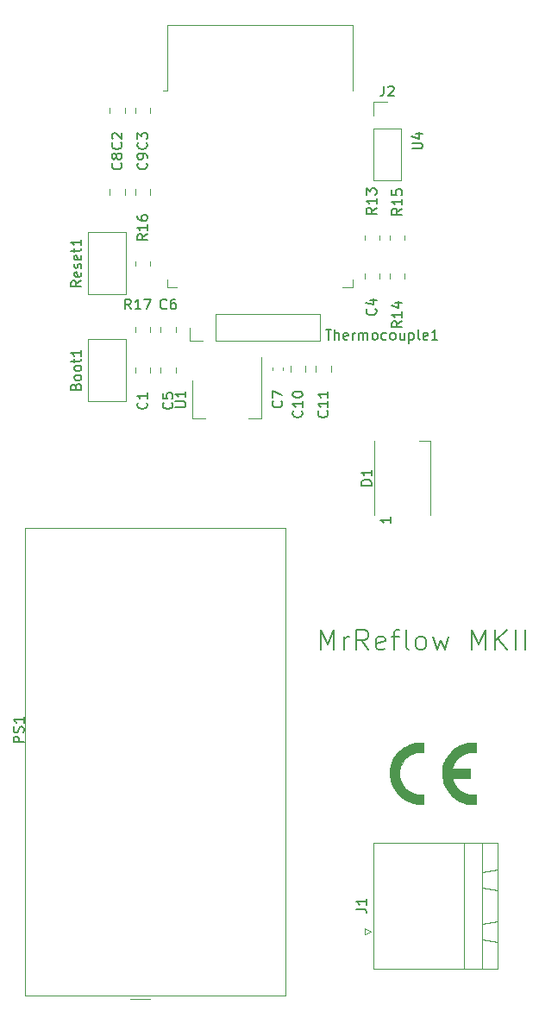
<source format=gbr>
G04 #@! TF.GenerationSoftware,KiCad,Pcbnew,(6.0.2)*
G04 #@! TF.CreationDate,2022-03-16T21:20:06+00:00*
G04 #@! TF.ProjectId,MrReflow,4d725265-666c-46f7-972e-6b696361645f,rev?*
G04 #@! TF.SameCoordinates,Original*
G04 #@! TF.FileFunction,Legend,Top*
G04 #@! TF.FilePolarity,Positive*
%FSLAX46Y46*%
G04 Gerber Fmt 4.6, Leading zero omitted, Abs format (unit mm)*
G04 Created by KiCad (PCBNEW (6.0.2)) date 2022-03-16 21:20:06*
%MOMM*%
%LPD*%
G01*
G04 APERTURE LIST*
%ADD10C,0.150000*%
%ADD11C,0.120000*%
%ADD12C,0.010000*%
G04 APERTURE END LIST*
D10*
X97832380Y-77274761D02*
X97832380Y-75274761D01*
X98499047Y-76703333D01*
X99165714Y-75274761D01*
X99165714Y-77274761D01*
X100118095Y-77274761D02*
X100118095Y-75941428D01*
X100118095Y-76322380D02*
X100213333Y-76131904D01*
X100308571Y-76036666D01*
X100499047Y-75941428D01*
X100689523Y-75941428D01*
X102499047Y-77274761D02*
X101832380Y-76322380D01*
X101356190Y-77274761D02*
X101356190Y-75274761D01*
X102118095Y-75274761D01*
X102308571Y-75370000D01*
X102403809Y-75465238D01*
X102499047Y-75655714D01*
X102499047Y-75941428D01*
X102403809Y-76131904D01*
X102308571Y-76227142D01*
X102118095Y-76322380D01*
X101356190Y-76322380D01*
X104118095Y-77179523D02*
X103927619Y-77274761D01*
X103546666Y-77274761D01*
X103356190Y-77179523D01*
X103260952Y-76989047D01*
X103260952Y-76227142D01*
X103356190Y-76036666D01*
X103546666Y-75941428D01*
X103927619Y-75941428D01*
X104118095Y-76036666D01*
X104213333Y-76227142D01*
X104213333Y-76417619D01*
X103260952Y-76608095D01*
X104784761Y-75941428D02*
X105546666Y-75941428D01*
X105070476Y-77274761D02*
X105070476Y-75560476D01*
X105165714Y-75370000D01*
X105356190Y-75274761D01*
X105546666Y-75274761D01*
X106499047Y-77274761D02*
X106308571Y-77179523D01*
X106213333Y-76989047D01*
X106213333Y-75274761D01*
X107546666Y-77274761D02*
X107356190Y-77179523D01*
X107260952Y-77084285D01*
X107165714Y-76893809D01*
X107165714Y-76322380D01*
X107260952Y-76131904D01*
X107356190Y-76036666D01*
X107546666Y-75941428D01*
X107832380Y-75941428D01*
X108022857Y-76036666D01*
X108118095Y-76131904D01*
X108213333Y-76322380D01*
X108213333Y-76893809D01*
X108118095Y-77084285D01*
X108022857Y-77179523D01*
X107832380Y-77274761D01*
X107546666Y-77274761D01*
X108880000Y-75941428D02*
X109260952Y-77274761D01*
X109641904Y-76322380D01*
X110022857Y-77274761D01*
X110403809Y-75941428D01*
X112689523Y-77274761D02*
X112689523Y-75274761D01*
X113356190Y-76703333D01*
X114022857Y-75274761D01*
X114022857Y-77274761D01*
X114975238Y-77274761D02*
X114975238Y-75274761D01*
X116118095Y-77274761D02*
X115260952Y-76131904D01*
X116118095Y-75274761D02*
X114975238Y-76417619D01*
X116975238Y-77274761D02*
X116975238Y-75274761D01*
X117927619Y-77274761D02*
X117927619Y-75274761D01*
X101354880Y-102703333D02*
X102069166Y-102703333D01*
X102212023Y-102750952D01*
X102307261Y-102846190D01*
X102354880Y-102989047D01*
X102354880Y-103084285D01*
X102354880Y-101703333D02*
X102354880Y-102274761D01*
X102354880Y-101989047D02*
X101354880Y-101989047D01*
X101497738Y-102084285D01*
X101592976Y-102179523D01*
X101640595Y-102274761D01*
X102832380Y-61108095D02*
X101832380Y-61108095D01*
X101832380Y-60870000D01*
X101880000Y-60727142D01*
X101975238Y-60631904D01*
X102070476Y-60584285D01*
X102260952Y-60536666D01*
X102403809Y-60536666D01*
X102594285Y-60584285D01*
X102689523Y-60631904D01*
X102784761Y-60727142D01*
X102832380Y-60870000D01*
X102832380Y-61108095D01*
X102832380Y-59584285D02*
X102832380Y-60155714D01*
X102832380Y-59870000D02*
X101832380Y-59870000D01*
X101975238Y-59965238D01*
X102070476Y-60060476D01*
X102118095Y-60155714D01*
X104732380Y-64234285D02*
X104732380Y-64805714D01*
X104732380Y-64520000D02*
X103732380Y-64520000D01*
X103875238Y-64615238D01*
X103970476Y-64710476D01*
X104018095Y-64805714D01*
X83237142Y-52986666D02*
X83284761Y-53034285D01*
X83332380Y-53177142D01*
X83332380Y-53272380D01*
X83284761Y-53415238D01*
X83189523Y-53510476D01*
X83094285Y-53558095D01*
X82903809Y-53605714D01*
X82760952Y-53605714D01*
X82570476Y-53558095D01*
X82475238Y-53510476D01*
X82380000Y-53415238D01*
X82332380Y-53272380D01*
X82332380Y-53177142D01*
X82380000Y-53034285D01*
X82427619Y-52986666D01*
X82332380Y-52081904D02*
X82332380Y-52558095D01*
X82808571Y-52605714D01*
X82760952Y-52558095D01*
X82713333Y-52462857D01*
X82713333Y-52224761D01*
X82760952Y-52129523D01*
X82808571Y-52081904D01*
X82903809Y-52034285D01*
X83141904Y-52034285D01*
X83237142Y-52081904D01*
X83284761Y-52129523D01*
X83332380Y-52224761D01*
X83332380Y-52462857D01*
X83284761Y-52558095D01*
X83237142Y-52605714D01*
X105832380Y-33962857D02*
X105356190Y-34296190D01*
X105832380Y-34534285D02*
X104832380Y-34534285D01*
X104832380Y-34153333D01*
X104880000Y-34058095D01*
X104927619Y-34010476D01*
X105022857Y-33962857D01*
X105165714Y-33962857D01*
X105260952Y-34010476D01*
X105308571Y-34058095D01*
X105356190Y-34153333D01*
X105356190Y-34534285D01*
X105832380Y-33010476D02*
X105832380Y-33581904D01*
X105832380Y-33296190D02*
X104832380Y-33296190D01*
X104975238Y-33391428D01*
X105070476Y-33486666D01*
X105118095Y-33581904D01*
X104832380Y-32105714D02*
X104832380Y-32581904D01*
X105308571Y-32629523D01*
X105260952Y-32581904D01*
X105213333Y-32486666D01*
X105213333Y-32248571D01*
X105260952Y-32153333D01*
X105308571Y-32105714D01*
X105403809Y-32058095D01*
X105641904Y-32058095D01*
X105737142Y-32105714D01*
X105784761Y-32153333D01*
X105832380Y-32248571D01*
X105832380Y-32486666D01*
X105784761Y-32581904D01*
X105737142Y-32629523D01*
X78237142Y-29486666D02*
X78284761Y-29534285D01*
X78332380Y-29677142D01*
X78332380Y-29772380D01*
X78284761Y-29915238D01*
X78189523Y-30010476D01*
X78094285Y-30058095D01*
X77903809Y-30105714D01*
X77760952Y-30105714D01*
X77570476Y-30058095D01*
X77475238Y-30010476D01*
X77380000Y-29915238D01*
X77332380Y-29772380D01*
X77332380Y-29677142D01*
X77380000Y-29534285D01*
X77427619Y-29486666D01*
X77760952Y-28915238D02*
X77713333Y-29010476D01*
X77665714Y-29058095D01*
X77570476Y-29105714D01*
X77522857Y-29105714D01*
X77427619Y-29058095D01*
X77380000Y-29010476D01*
X77332380Y-28915238D01*
X77332380Y-28724761D01*
X77380000Y-28629523D01*
X77427619Y-28581904D01*
X77522857Y-28534285D01*
X77570476Y-28534285D01*
X77665714Y-28581904D01*
X77713333Y-28629523D01*
X77760952Y-28724761D01*
X77760952Y-28915238D01*
X77808571Y-29010476D01*
X77856190Y-29058095D01*
X77951428Y-29105714D01*
X78141904Y-29105714D01*
X78237142Y-29058095D01*
X78284761Y-29010476D01*
X78332380Y-28915238D01*
X78332380Y-28724761D01*
X78284761Y-28629523D01*
X78237142Y-28581904D01*
X78141904Y-28534285D01*
X77951428Y-28534285D01*
X77856190Y-28581904D01*
X77808571Y-28629523D01*
X77760952Y-28724761D01*
X82713333Y-43727142D02*
X82665714Y-43774761D01*
X82522857Y-43822380D01*
X82427619Y-43822380D01*
X82284761Y-43774761D01*
X82189523Y-43679523D01*
X82141904Y-43584285D01*
X82094285Y-43393809D01*
X82094285Y-43250952D01*
X82141904Y-43060476D01*
X82189523Y-42965238D01*
X82284761Y-42870000D01*
X82427619Y-42822380D01*
X82522857Y-42822380D01*
X82665714Y-42870000D01*
X82713333Y-42917619D01*
X83570476Y-42822380D02*
X83380000Y-42822380D01*
X83284761Y-42870000D01*
X83237142Y-42917619D01*
X83141904Y-43060476D01*
X83094285Y-43250952D01*
X83094285Y-43631904D01*
X83141904Y-43727142D01*
X83189523Y-43774761D01*
X83284761Y-43822380D01*
X83475238Y-43822380D01*
X83570476Y-43774761D01*
X83618095Y-43727142D01*
X83665714Y-43631904D01*
X83665714Y-43393809D01*
X83618095Y-43298571D01*
X83570476Y-43250952D01*
X83475238Y-43203333D01*
X83284761Y-43203333D01*
X83189523Y-43250952D01*
X83141904Y-43298571D01*
X83094285Y-43393809D01*
X95987142Y-53812857D02*
X96034761Y-53860476D01*
X96082380Y-54003333D01*
X96082380Y-54098571D01*
X96034761Y-54241428D01*
X95939523Y-54336666D01*
X95844285Y-54384285D01*
X95653809Y-54431904D01*
X95510952Y-54431904D01*
X95320476Y-54384285D01*
X95225238Y-54336666D01*
X95130000Y-54241428D01*
X95082380Y-54098571D01*
X95082380Y-54003333D01*
X95130000Y-53860476D01*
X95177619Y-53812857D01*
X96082380Y-52860476D02*
X96082380Y-53431904D01*
X96082380Y-53146190D02*
X95082380Y-53146190D01*
X95225238Y-53241428D01*
X95320476Y-53336666D01*
X95368095Y-53431904D01*
X95082380Y-52241428D02*
X95082380Y-52146190D01*
X95130000Y-52050952D01*
X95177619Y-52003333D01*
X95272857Y-51955714D01*
X95463333Y-51908095D01*
X95701428Y-51908095D01*
X95891904Y-51955714D01*
X95987142Y-52003333D01*
X96034761Y-52050952D01*
X96082380Y-52146190D01*
X96082380Y-52241428D01*
X96034761Y-52336666D01*
X95987142Y-52384285D01*
X95891904Y-52431904D01*
X95701428Y-52479523D01*
X95463333Y-52479523D01*
X95272857Y-52431904D01*
X95177619Y-52384285D01*
X95130000Y-52336666D01*
X95082380Y-52241428D01*
X68702380Y-86321785D02*
X67702380Y-86321785D01*
X67702380Y-85940833D01*
X67750000Y-85845595D01*
X67797619Y-85797976D01*
X67892857Y-85750357D01*
X68035714Y-85750357D01*
X68130952Y-85797976D01*
X68178571Y-85845595D01*
X68226190Y-85940833D01*
X68226190Y-86321785D01*
X68654761Y-85369404D02*
X68702380Y-85226547D01*
X68702380Y-84988452D01*
X68654761Y-84893214D01*
X68607142Y-84845595D01*
X68511904Y-84797976D01*
X68416666Y-84797976D01*
X68321428Y-84845595D01*
X68273809Y-84893214D01*
X68226190Y-84988452D01*
X68178571Y-85178928D01*
X68130952Y-85274166D01*
X68083333Y-85321785D01*
X67988095Y-85369404D01*
X67892857Y-85369404D01*
X67797619Y-85321785D01*
X67750000Y-85274166D01*
X67702380Y-85178928D01*
X67702380Y-84940833D01*
X67750000Y-84797976D01*
X68702380Y-83845595D02*
X68702380Y-84417023D01*
X68702380Y-84131309D02*
X67702380Y-84131309D01*
X67845238Y-84226547D01*
X67940476Y-84321785D01*
X67988095Y-84417023D01*
X104046666Y-21917380D02*
X104046666Y-22631666D01*
X103999047Y-22774523D01*
X103903809Y-22869761D01*
X103760952Y-22917380D01*
X103665714Y-22917380D01*
X104475238Y-22012619D02*
X104522857Y-21965000D01*
X104618095Y-21917380D01*
X104856190Y-21917380D01*
X104951428Y-21965000D01*
X104999047Y-22012619D01*
X105046666Y-22107857D01*
X105046666Y-22203095D01*
X104999047Y-22345952D01*
X104427619Y-22917380D01*
X105046666Y-22917380D01*
X78237142Y-27486666D02*
X78284761Y-27534285D01*
X78332380Y-27677142D01*
X78332380Y-27772380D01*
X78284761Y-27915238D01*
X78189523Y-28010476D01*
X78094285Y-28058095D01*
X77903809Y-28105714D01*
X77760952Y-28105714D01*
X77570476Y-28058095D01*
X77475238Y-28010476D01*
X77380000Y-27915238D01*
X77332380Y-27772380D01*
X77332380Y-27677142D01*
X77380000Y-27534285D01*
X77427619Y-27486666D01*
X77427619Y-27105714D02*
X77380000Y-27058095D01*
X77332380Y-26962857D01*
X77332380Y-26724761D01*
X77380000Y-26629523D01*
X77427619Y-26581904D01*
X77522857Y-26534285D01*
X77618095Y-26534285D01*
X77760952Y-26581904D01*
X78332380Y-27153333D01*
X78332380Y-26534285D01*
X79237142Y-43822380D02*
X78903809Y-43346190D01*
X78665714Y-43822380D02*
X78665714Y-42822380D01*
X79046666Y-42822380D01*
X79141904Y-42870000D01*
X79189523Y-42917619D01*
X79237142Y-43012857D01*
X79237142Y-43155714D01*
X79189523Y-43250952D01*
X79141904Y-43298571D01*
X79046666Y-43346190D01*
X78665714Y-43346190D01*
X80189523Y-43822380D02*
X79618095Y-43822380D01*
X79903809Y-43822380D02*
X79903809Y-42822380D01*
X79808571Y-42965238D01*
X79713333Y-43060476D01*
X79618095Y-43108095D01*
X80522857Y-42822380D02*
X81189523Y-42822380D01*
X80760952Y-43822380D01*
X98487142Y-53812857D02*
X98534761Y-53860476D01*
X98582380Y-54003333D01*
X98582380Y-54098571D01*
X98534761Y-54241428D01*
X98439523Y-54336666D01*
X98344285Y-54384285D01*
X98153809Y-54431904D01*
X98010952Y-54431904D01*
X97820476Y-54384285D01*
X97725238Y-54336666D01*
X97630000Y-54241428D01*
X97582380Y-54098571D01*
X97582380Y-54003333D01*
X97630000Y-53860476D01*
X97677619Y-53812857D01*
X98582380Y-52860476D02*
X98582380Y-53431904D01*
X98582380Y-53146190D02*
X97582380Y-53146190D01*
X97725238Y-53241428D01*
X97820476Y-53336666D01*
X97868095Y-53431904D01*
X98582380Y-51908095D02*
X98582380Y-52479523D01*
X98582380Y-52193809D02*
X97582380Y-52193809D01*
X97725238Y-52289047D01*
X97820476Y-52384285D01*
X97868095Y-52479523D01*
X103237142Y-43786666D02*
X103284761Y-43834285D01*
X103332380Y-43977142D01*
X103332380Y-44072380D01*
X103284761Y-44215238D01*
X103189523Y-44310476D01*
X103094285Y-44358095D01*
X102903809Y-44405714D01*
X102760952Y-44405714D01*
X102570476Y-44358095D01*
X102475238Y-44310476D01*
X102380000Y-44215238D01*
X102332380Y-44072380D01*
X102332380Y-43977142D01*
X102380000Y-43834285D01*
X102427619Y-43786666D01*
X102665714Y-42929523D02*
X103332380Y-42929523D01*
X102284761Y-43167619D02*
X102999047Y-43405714D01*
X102999047Y-42786666D01*
X105832380Y-45012857D02*
X105356190Y-45346190D01*
X105832380Y-45584285D02*
X104832380Y-45584285D01*
X104832380Y-45203333D01*
X104880000Y-45108095D01*
X104927619Y-45060476D01*
X105022857Y-45012857D01*
X105165714Y-45012857D01*
X105260952Y-45060476D01*
X105308571Y-45108095D01*
X105356190Y-45203333D01*
X105356190Y-45584285D01*
X105832380Y-44060476D02*
X105832380Y-44631904D01*
X105832380Y-44346190D02*
X104832380Y-44346190D01*
X104975238Y-44441428D01*
X105070476Y-44536666D01*
X105118095Y-44631904D01*
X105165714Y-43203333D02*
X105832380Y-43203333D01*
X104784761Y-43441428D02*
X105499047Y-43679523D01*
X105499047Y-43060476D01*
X74332380Y-41034285D02*
X73856190Y-41367619D01*
X74332380Y-41605714D02*
X73332380Y-41605714D01*
X73332380Y-41224761D01*
X73380000Y-41129523D01*
X73427619Y-41081904D01*
X73522857Y-41034285D01*
X73665714Y-41034285D01*
X73760952Y-41081904D01*
X73808571Y-41129523D01*
X73856190Y-41224761D01*
X73856190Y-41605714D01*
X74284761Y-40224761D02*
X74332380Y-40320000D01*
X74332380Y-40510476D01*
X74284761Y-40605714D01*
X74189523Y-40653333D01*
X73808571Y-40653333D01*
X73713333Y-40605714D01*
X73665714Y-40510476D01*
X73665714Y-40320000D01*
X73713333Y-40224761D01*
X73808571Y-40177142D01*
X73903809Y-40177142D01*
X73999047Y-40653333D01*
X74284761Y-39796190D02*
X74332380Y-39700952D01*
X74332380Y-39510476D01*
X74284761Y-39415238D01*
X74189523Y-39367619D01*
X74141904Y-39367619D01*
X74046666Y-39415238D01*
X73999047Y-39510476D01*
X73999047Y-39653333D01*
X73951428Y-39748571D01*
X73856190Y-39796190D01*
X73808571Y-39796190D01*
X73713333Y-39748571D01*
X73665714Y-39653333D01*
X73665714Y-39510476D01*
X73713333Y-39415238D01*
X74284761Y-38558095D02*
X74332380Y-38653333D01*
X74332380Y-38843809D01*
X74284761Y-38939047D01*
X74189523Y-38986666D01*
X73808571Y-38986666D01*
X73713333Y-38939047D01*
X73665714Y-38843809D01*
X73665714Y-38653333D01*
X73713333Y-38558095D01*
X73808571Y-38510476D01*
X73903809Y-38510476D01*
X73999047Y-38986666D01*
X73665714Y-38224761D02*
X73665714Y-37843809D01*
X73332380Y-38081904D02*
X74189523Y-38081904D01*
X74284761Y-38034285D01*
X74332380Y-37939047D01*
X74332380Y-37843809D01*
X74332380Y-36986666D02*
X74332380Y-37558095D01*
X74332380Y-37272380D02*
X73332380Y-37272380D01*
X73475238Y-37367619D01*
X73570476Y-37462857D01*
X73618095Y-37558095D01*
X93987142Y-52836666D02*
X94034761Y-52884285D01*
X94082380Y-53027142D01*
X94082380Y-53122380D01*
X94034761Y-53265238D01*
X93939523Y-53360476D01*
X93844285Y-53408095D01*
X93653809Y-53455714D01*
X93510952Y-53455714D01*
X93320476Y-53408095D01*
X93225238Y-53360476D01*
X93130000Y-53265238D01*
X93082380Y-53122380D01*
X93082380Y-53027142D01*
X93130000Y-52884285D01*
X93177619Y-52836666D01*
X93082380Y-52503333D02*
X93082380Y-51836666D01*
X94082380Y-52265238D01*
X73808571Y-51415238D02*
X73856190Y-51272380D01*
X73903809Y-51224761D01*
X73999047Y-51177142D01*
X74141904Y-51177142D01*
X74237142Y-51224761D01*
X74284761Y-51272380D01*
X74332380Y-51367619D01*
X74332380Y-51748571D01*
X73332380Y-51748571D01*
X73332380Y-51415238D01*
X73380000Y-51320000D01*
X73427619Y-51272380D01*
X73522857Y-51224761D01*
X73618095Y-51224761D01*
X73713333Y-51272380D01*
X73760952Y-51320000D01*
X73808571Y-51415238D01*
X73808571Y-51748571D01*
X74332380Y-50605714D02*
X74284761Y-50700952D01*
X74237142Y-50748571D01*
X74141904Y-50796190D01*
X73856190Y-50796190D01*
X73760952Y-50748571D01*
X73713333Y-50700952D01*
X73665714Y-50605714D01*
X73665714Y-50462857D01*
X73713333Y-50367619D01*
X73760952Y-50320000D01*
X73856190Y-50272380D01*
X74141904Y-50272380D01*
X74237142Y-50320000D01*
X74284761Y-50367619D01*
X74332380Y-50462857D01*
X74332380Y-50605714D01*
X74332380Y-49700952D02*
X74284761Y-49796190D01*
X74237142Y-49843809D01*
X74141904Y-49891428D01*
X73856190Y-49891428D01*
X73760952Y-49843809D01*
X73713333Y-49796190D01*
X73665714Y-49700952D01*
X73665714Y-49558095D01*
X73713333Y-49462857D01*
X73760952Y-49415238D01*
X73856190Y-49367619D01*
X74141904Y-49367619D01*
X74237142Y-49415238D01*
X74284761Y-49462857D01*
X74332380Y-49558095D01*
X74332380Y-49700952D01*
X73665714Y-49081904D02*
X73665714Y-48700952D01*
X73332380Y-48939047D02*
X74189523Y-48939047D01*
X74284761Y-48891428D01*
X74332380Y-48796190D01*
X74332380Y-48700952D01*
X74332380Y-47843809D02*
X74332380Y-48415238D01*
X74332380Y-48129523D02*
X73332380Y-48129523D01*
X73475238Y-48224761D01*
X73570476Y-48320000D01*
X73618095Y-48415238D01*
X80737142Y-29486666D02*
X80784761Y-29534285D01*
X80832380Y-29677142D01*
X80832380Y-29772380D01*
X80784761Y-29915238D01*
X80689523Y-30010476D01*
X80594285Y-30058095D01*
X80403809Y-30105714D01*
X80260952Y-30105714D01*
X80070476Y-30058095D01*
X79975238Y-30010476D01*
X79880000Y-29915238D01*
X79832380Y-29772380D01*
X79832380Y-29677142D01*
X79880000Y-29534285D01*
X79927619Y-29486666D01*
X80832380Y-29010476D02*
X80832380Y-28820000D01*
X80784761Y-28724761D01*
X80737142Y-28677142D01*
X80594285Y-28581904D01*
X80403809Y-28534285D01*
X80022857Y-28534285D01*
X79927619Y-28581904D01*
X79880000Y-28629523D01*
X79832380Y-28724761D01*
X79832380Y-28915238D01*
X79880000Y-29010476D01*
X79927619Y-29058095D01*
X80022857Y-29105714D01*
X80260952Y-29105714D01*
X80356190Y-29058095D01*
X80403809Y-29010476D01*
X80451428Y-28915238D01*
X80451428Y-28724761D01*
X80403809Y-28629523D01*
X80356190Y-28581904D01*
X80260952Y-28534285D01*
X80737142Y-52986666D02*
X80784761Y-53034285D01*
X80832380Y-53177142D01*
X80832380Y-53272380D01*
X80784761Y-53415238D01*
X80689523Y-53510476D01*
X80594285Y-53558095D01*
X80403809Y-53605714D01*
X80260952Y-53605714D01*
X80070476Y-53558095D01*
X79975238Y-53510476D01*
X79880000Y-53415238D01*
X79832380Y-53272380D01*
X79832380Y-53177142D01*
X79880000Y-53034285D01*
X79927619Y-52986666D01*
X80832380Y-52034285D02*
X80832380Y-52605714D01*
X80832380Y-52320000D02*
X79832380Y-52320000D01*
X79975238Y-52415238D01*
X80070476Y-52510476D01*
X80118095Y-52605714D01*
X80832380Y-36462857D02*
X80356190Y-36796190D01*
X80832380Y-37034285D02*
X79832380Y-37034285D01*
X79832380Y-36653333D01*
X79880000Y-36558095D01*
X79927619Y-36510476D01*
X80022857Y-36462857D01*
X80165714Y-36462857D01*
X80260952Y-36510476D01*
X80308571Y-36558095D01*
X80356190Y-36653333D01*
X80356190Y-37034285D01*
X80832380Y-35510476D02*
X80832380Y-36081904D01*
X80832380Y-35796190D02*
X79832380Y-35796190D01*
X79975238Y-35891428D01*
X80070476Y-35986666D01*
X80118095Y-36081904D01*
X79832380Y-34653333D02*
X79832380Y-34843809D01*
X79880000Y-34939047D01*
X79927619Y-34986666D01*
X80070476Y-35081904D01*
X80260952Y-35129523D01*
X80641904Y-35129523D01*
X80737142Y-35081904D01*
X80784761Y-35034285D01*
X80832380Y-34939047D01*
X80832380Y-34748571D01*
X80784761Y-34653333D01*
X80737142Y-34605714D01*
X80641904Y-34558095D01*
X80403809Y-34558095D01*
X80308571Y-34605714D01*
X80260952Y-34653333D01*
X80213333Y-34748571D01*
X80213333Y-34939047D01*
X80260952Y-35034285D01*
X80308571Y-35081904D01*
X80403809Y-35129523D01*
X103332380Y-33875357D02*
X102856190Y-34208690D01*
X103332380Y-34446785D02*
X102332380Y-34446785D01*
X102332380Y-34065833D01*
X102380000Y-33970595D01*
X102427619Y-33922976D01*
X102522857Y-33875357D01*
X102665714Y-33875357D01*
X102760952Y-33922976D01*
X102808571Y-33970595D01*
X102856190Y-34065833D01*
X102856190Y-34446785D01*
X103332380Y-32922976D02*
X103332380Y-33494404D01*
X103332380Y-33208690D02*
X102332380Y-33208690D01*
X102475238Y-33303928D01*
X102570476Y-33399166D01*
X102618095Y-33494404D01*
X102332380Y-32589642D02*
X102332380Y-31970595D01*
X102713333Y-32303928D01*
X102713333Y-32161071D01*
X102760952Y-32065833D01*
X102808571Y-32018214D01*
X102903809Y-31970595D01*
X103141904Y-31970595D01*
X103237142Y-32018214D01*
X103284761Y-32065833D01*
X103332380Y-32161071D01*
X103332380Y-32446785D01*
X103284761Y-32542023D01*
X103237142Y-32589642D01*
X106832380Y-28081904D02*
X107641904Y-28081904D01*
X107737142Y-28034285D01*
X107784761Y-27986666D01*
X107832380Y-27891428D01*
X107832380Y-27700952D01*
X107784761Y-27605714D01*
X107737142Y-27558095D01*
X107641904Y-27510476D01*
X106832380Y-27510476D01*
X107165714Y-26605714D02*
X107832380Y-26605714D01*
X106784761Y-26843809D02*
X107499047Y-27081904D01*
X107499047Y-26462857D01*
X83582380Y-53461904D02*
X84391904Y-53461904D01*
X84487142Y-53414285D01*
X84534761Y-53366666D01*
X84582380Y-53271428D01*
X84582380Y-53080952D01*
X84534761Y-52985714D01*
X84487142Y-52938095D01*
X84391904Y-52890476D01*
X83582380Y-52890476D01*
X84582380Y-51890476D02*
X84582380Y-52461904D01*
X84582380Y-52176190D02*
X83582380Y-52176190D01*
X83725238Y-52271428D01*
X83820476Y-52366666D01*
X83868095Y-52461904D01*
X80737142Y-27486666D02*
X80784761Y-27534285D01*
X80832380Y-27677142D01*
X80832380Y-27772380D01*
X80784761Y-27915238D01*
X80689523Y-28010476D01*
X80594285Y-28058095D01*
X80403809Y-28105714D01*
X80260952Y-28105714D01*
X80070476Y-28058095D01*
X79975238Y-28010476D01*
X79880000Y-27915238D01*
X79832380Y-27772380D01*
X79832380Y-27677142D01*
X79880000Y-27534285D01*
X79927619Y-27486666D01*
X79832380Y-27153333D02*
X79832380Y-26534285D01*
X80213333Y-26867619D01*
X80213333Y-26724761D01*
X80260952Y-26629523D01*
X80308571Y-26581904D01*
X80403809Y-26534285D01*
X80641904Y-26534285D01*
X80737142Y-26581904D01*
X80784761Y-26629523D01*
X80832380Y-26724761D01*
X80832380Y-27010476D01*
X80784761Y-27105714D01*
X80737142Y-27153333D01*
X98332380Y-45822380D02*
X98903809Y-45822380D01*
X98618095Y-46822380D02*
X98618095Y-45822380D01*
X99237142Y-46822380D02*
X99237142Y-45822380D01*
X99665714Y-46822380D02*
X99665714Y-46298571D01*
X99618095Y-46203333D01*
X99522857Y-46155714D01*
X99380000Y-46155714D01*
X99284761Y-46203333D01*
X99237142Y-46250952D01*
X100522857Y-46774761D02*
X100427619Y-46822380D01*
X100237142Y-46822380D01*
X100141904Y-46774761D01*
X100094285Y-46679523D01*
X100094285Y-46298571D01*
X100141904Y-46203333D01*
X100237142Y-46155714D01*
X100427619Y-46155714D01*
X100522857Y-46203333D01*
X100570476Y-46298571D01*
X100570476Y-46393809D01*
X100094285Y-46489047D01*
X100999047Y-46822380D02*
X100999047Y-46155714D01*
X100999047Y-46346190D02*
X101046666Y-46250952D01*
X101094285Y-46203333D01*
X101189523Y-46155714D01*
X101284761Y-46155714D01*
X101618095Y-46822380D02*
X101618095Y-46155714D01*
X101618095Y-46250952D02*
X101665714Y-46203333D01*
X101760952Y-46155714D01*
X101903809Y-46155714D01*
X101999047Y-46203333D01*
X102046666Y-46298571D01*
X102046666Y-46822380D01*
X102046666Y-46298571D02*
X102094285Y-46203333D01*
X102189523Y-46155714D01*
X102332380Y-46155714D01*
X102427619Y-46203333D01*
X102475238Y-46298571D01*
X102475238Y-46822380D01*
X103094285Y-46822380D02*
X102999047Y-46774761D01*
X102951428Y-46727142D01*
X102903809Y-46631904D01*
X102903809Y-46346190D01*
X102951428Y-46250952D01*
X102999047Y-46203333D01*
X103094285Y-46155714D01*
X103237142Y-46155714D01*
X103332380Y-46203333D01*
X103380000Y-46250952D01*
X103427619Y-46346190D01*
X103427619Y-46631904D01*
X103380000Y-46727142D01*
X103332380Y-46774761D01*
X103237142Y-46822380D01*
X103094285Y-46822380D01*
X104284761Y-46774761D02*
X104189523Y-46822380D01*
X103999047Y-46822380D01*
X103903809Y-46774761D01*
X103856190Y-46727142D01*
X103808571Y-46631904D01*
X103808571Y-46346190D01*
X103856190Y-46250952D01*
X103903809Y-46203333D01*
X103999047Y-46155714D01*
X104189523Y-46155714D01*
X104284761Y-46203333D01*
X104856190Y-46822380D02*
X104760952Y-46774761D01*
X104713333Y-46727142D01*
X104665714Y-46631904D01*
X104665714Y-46346190D01*
X104713333Y-46250952D01*
X104760952Y-46203333D01*
X104856190Y-46155714D01*
X104999047Y-46155714D01*
X105094285Y-46203333D01*
X105141904Y-46250952D01*
X105189523Y-46346190D01*
X105189523Y-46631904D01*
X105141904Y-46727142D01*
X105094285Y-46774761D01*
X104999047Y-46822380D01*
X104856190Y-46822380D01*
X106046666Y-46155714D02*
X106046666Y-46822380D01*
X105618095Y-46155714D02*
X105618095Y-46679523D01*
X105665714Y-46774761D01*
X105760952Y-46822380D01*
X105903809Y-46822380D01*
X105999047Y-46774761D01*
X106046666Y-46727142D01*
X106522857Y-46155714D02*
X106522857Y-47155714D01*
X106522857Y-46203333D02*
X106618095Y-46155714D01*
X106808571Y-46155714D01*
X106903809Y-46203333D01*
X106951428Y-46250952D01*
X106999047Y-46346190D01*
X106999047Y-46631904D01*
X106951428Y-46727142D01*
X106903809Y-46774761D01*
X106808571Y-46822380D01*
X106618095Y-46822380D01*
X106522857Y-46774761D01*
X107570476Y-46822380D02*
X107475238Y-46774761D01*
X107427619Y-46679523D01*
X107427619Y-45822380D01*
X108332380Y-46774761D02*
X108237142Y-46822380D01*
X108046666Y-46822380D01*
X107951428Y-46774761D01*
X107903809Y-46679523D01*
X107903809Y-46298571D01*
X107951428Y-46203333D01*
X108046666Y-46155714D01*
X108237142Y-46155714D01*
X108332380Y-46203333D01*
X108380000Y-46298571D01*
X108380000Y-46393809D01*
X107903809Y-46489047D01*
X109332380Y-46822380D02*
X108760952Y-46822380D01*
X109046666Y-46822380D02*
X109046666Y-45822380D01*
X108951428Y-45965238D01*
X108856190Y-46060476D01*
X108760952Y-46108095D01*
D11*
X111912500Y-108560000D02*
X111912500Y-96180000D01*
X111912500Y-96180000D02*
X113712500Y-96180000D01*
X113712500Y-100580000D02*
X115212500Y-100830000D01*
X113712500Y-105660000D02*
X115212500Y-105910000D01*
X113712500Y-96180000D02*
X113712500Y-108560000D01*
X115212500Y-100830000D02*
X115212500Y-98830000D01*
X102992500Y-108560000D02*
X115212500Y-108560000D01*
X102992500Y-96180000D02*
X102992500Y-108560000D01*
X115212500Y-105910000D02*
X115212500Y-103910000D01*
X115212500Y-96180000D02*
X102992500Y-96180000D01*
X102192500Y-105210000D02*
X102192500Y-104610000D01*
X102792500Y-104910000D02*
X102192500Y-105210000D01*
X113712500Y-104160000D02*
X113712500Y-105660000D01*
X102192500Y-104610000D02*
X102792500Y-104910000D01*
X115212500Y-98830000D02*
X113712500Y-99080000D01*
X115212500Y-103910000D02*
X113712500Y-104160000D01*
X113712500Y-99080000D02*
X113712500Y-100580000D01*
X115212500Y-108560000D02*
X115212500Y-96180000D01*
X113712500Y-108560000D02*
X111912500Y-108560000D01*
D12*
X113113335Y-87286406D02*
X112818985Y-87286695D01*
X112818985Y-87286695D02*
X112717010Y-87287120D01*
X112717010Y-87287120D02*
X112636355Y-87288408D01*
X112636355Y-87288408D02*
X112571888Y-87290914D01*
X112571888Y-87290914D02*
X112518476Y-87294996D01*
X112518476Y-87294996D02*
X112470988Y-87301008D01*
X112470988Y-87301008D02*
X112424289Y-87309308D01*
X112424289Y-87309308D02*
X112390389Y-87316436D01*
X112390389Y-87316436D02*
X112160549Y-87379754D01*
X112160549Y-87379754D02*
X111941232Y-87466012D01*
X111941232Y-87466012D02*
X111734201Y-87574009D01*
X111734201Y-87574009D02*
X111541220Y-87702544D01*
X111541220Y-87702544D02*
X111364049Y-87850418D01*
X111364049Y-87850418D02*
X111204453Y-88016430D01*
X111204453Y-88016430D02*
X111064193Y-88199379D01*
X111064193Y-88199379D02*
X111039554Y-88236449D01*
X111039554Y-88236449D02*
X110987756Y-88323402D01*
X110987756Y-88323402D02*
X110934855Y-88424820D01*
X110934855Y-88424820D02*
X110883836Y-88533866D01*
X110883836Y-88533866D02*
X110837682Y-88643702D01*
X110837682Y-88643702D02*
X110799375Y-88747488D01*
X110799375Y-88747488D02*
X110771898Y-88838388D01*
X110771898Y-88838388D02*
X110765804Y-88863984D01*
X110765804Y-88863984D02*
X110756439Y-88906979D01*
X110756439Y-88906979D02*
X112518021Y-88906979D01*
X112518021Y-88906979D02*
X112518021Y-89846250D01*
X112518021Y-89846250D02*
X110756439Y-89846250D01*
X110756439Y-89846250D02*
X110765804Y-89889244D01*
X110765804Y-89889244D02*
X110790864Y-89980611D01*
X110790864Y-89980611D02*
X110828352Y-90086469D01*
X110828352Y-90086469D02*
X110875185Y-90199878D01*
X110875185Y-90199878D02*
X110928282Y-90313892D01*
X110928282Y-90313892D02*
X110984560Y-90421569D01*
X110984560Y-90421569D02*
X111040936Y-90515967D01*
X111040936Y-90515967D02*
X111050392Y-90530319D01*
X111050392Y-90530319D02*
X111194134Y-90721791D01*
X111194134Y-90721791D02*
X111355333Y-90893630D01*
X111355333Y-90893630D02*
X111532990Y-91045163D01*
X111532990Y-91045163D02*
X111726109Y-91175719D01*
X111726109Y-91175719D02*
X111933691Y-91284624D01*
X111933691Y-91284624D02*
X112154738Y-91371206D01*
X112154738Y-91371206D02*
X112388255Y-91434794D01*
X112388255Y-91434794D02*
X112393956Y-91436021D01*
X112393956Y-91436021D02*
X112446538Y-91446622D01*
X112446538Y-91446622D02*
X112494958Y-91454513D01*
X112494958Y-91454513D02*
X112544609Y-91460078D01*
X112544609Y-91460078D02*
X112600881Y-91463702D01*
X112600881Y-91463702D02*
X112669168Y-91465769D01*
X112669168Y-91465769D02*
X112754859Y-91466664D01*
X112754859Y-91466664D02*
X112825599Y-91466799D01*
X112825599Y-91466799D02*
X113113333Y-91466776D01*
X113113333Y-91466776D02*
X113113333Y-92399479D01*
X113113333Y-92399479D02*
X112825599Y-92397762D01*
X112825599Y-92397762D02*
X112733624Y-92396709D01*
X112733624Y-92396709D02*
X112643891Y-92394766D01*
X112643891Y-92394766D02*
X112562158Y-92392126D01*
X112562158Y-92392126D02*
X112494179Y-92388981D01*
X112494179Y-92388981D02*
X112445711Y-92385526D01*
X112445711Y-92385526D02*
X112438646Y-92384789D01*
X112438646Y-92384789D02*
X112213237Y-92348594D01*
X112213237Y-92348594D02*
X111981386Y-92291376D01*
X111981386Y-92291376D02*
X111749425Y-92215284D01*
X111749425Y-92215284D02*
X111523685Y-92122465D01*
X111523685Y-92122465D02*
X111310499Y-92015068D01*
X111310499Y-92015068D02*
X111254697Y-91983135D01*
X111254697Y-91983135D02*
X111091156Y-91877667D01*
X111091156Y-91877667D02*
X110925214Y-91753545D01*
X110925214Y-91753545D02*
X110763427Y-91616431D01*
X110763427Y-91616431D02*
X110612350Y-91471982D01*
X110612350Y-91471982D02*
X110478540Y-91325859D01*
X110478540Y-91325859D02*
X110441993Y-91281607D01*
X110441993Y-91281607D02*
X110280673Y-91060012D01*
X110280673Y-91060012D02*
X110139348Y-90822378D01*
X110139348Y-90822378D02*
X110019025Y-90571089D01*
X110019025Y-90571089D02*
X109920711Y-90308532D01*
X109920711Y-90308532D02*
X109845412Y-90037092D01*
X109845412Y-90037092D02*
X109794135Y-89759155D01*
X109794135Y-89759155D02*
X109791590Y-89740416D01*
X109791590Y-89740416D02*
X109784641Y-89668751D01*
X109784641Y-89668751D02*
X109779708Y-89578046D01*
X109779708Y-89578046D02*
X109776792Y-89474923D01*
X109776792Y-89474923D02*
X109775895Y-89366009D01*
X109775895Y-89366009D02*
X109777019Y-89257925D01*
X109777019Y-89257925D02*
X109780166Y-89157298D01*
X109780166Y-89157298D02*
X109785338Y-89070752D01*
X109785338Y-89070752D02*
X109791383Y-89012812D01*
X109791383Y-89012812D02*
X109843339Y-88727894D01*
X109843339Y-88727894D02*
X109918569Y-88452354D01*
X109918569Y-88452354D02*
X110016391Y-88187809D01*
X110016391Y-88187809D02*
X110136121Y-87935877D01*
X110136121Y-87935877D02*
X110277076Y-87698177D01*
X110277076Y-87698177D02*
X110438573Y-87476325D01*
X110438573Y-87476325D02*
X110441993Y-87472079D01*
X110441993Y-87472079D02*
X110622280Y-87269121D01*
X110622280Y-87269121D02*
X110821422Y-87082656D01*
X110821422Y-87082656D02*
X111036973Y-86914214D01*
X111036973Y-86914214D02*
X111266485Y-86765325D01*
X111266485Y-86765325D02*
X111507509Y-86637517D01*
X111507509Y-86637517D02*
X111757600Y-86532322D01*
X111757600Y-86532322D02*
X112014309Y-86451267D01*
X112014309Y-86451267D02*
X112114619Y-86426769D01*
X112114619Y-86426769D02*
X112238530Y-86400938D01*
X112238530Y-86400938D02*
X112353700Y-86381592D01*
X112353700Y-86381592D02*
X112467520Y-86367981D01*
X112467520Y-86367981D02*
X112587385Y-86359356D01*
X112587385Y-86359356D02*
X112720687Y-86354968D01*
X112720687Y-86354968D02*
X112832213Y-86354008D01*
X112832213Y-86354008D02*
X113113333Y-86353750D01*
X113113333Y-86353750D02*
X113113335Y-87286406D01*
X113113335Y-87286406D02*
X113113335Y-87286406D01*
G36*
X113113335Y-87286406D02*
G01*
X112818985Y-87286695D01*
X112717010Y-87287120D01*
X112636355Y-87288408D01*
X112571888Y-87290914D01*
X112518476Y-87294996D01*
X112470988Y-87301008D01*
X112424289Y-87309308D01*
X112390389Y-87316436D01*
X112160549Y-87379754D01*
X111941232Y-87466012D01*
X111734201Y-87574009D01*
X111541220Y-87702544D01*
X111364049Y-87850418D01*
X111204453Y-88016430D01*
X111064193Y-88199379D01*
X111039554Y-88236449D01*
X110987756Y-88323402D01*
X110934855Y-88424820D01*
X110883836Y-88533866D01*
X110837682Y-88643702D01*
X110799375Y-88747488D01*
X110771898Y-88838388D01*
X110765804Y-88863984D01*
X110756439Y-88906979D01*
X112518021Y-88906979D01*
X112518021Y-89846250D01*
X110756439Y-89846250D01*
X110765804Y-89889244D01*
X110790864Y-89980611D01*
X110828352Y-90086469D01*
X110875185Y-90199878D01*
X110928282Y-90313892D01*
X110984560Y-90421569D01*
X111040936Y-90515967D01*
X111050392Y-90530319D01*
X111194134Y-90721791D01*
X111355333Y-90893630D01*
X111532990Y-91045163D01*
X111726109Y-91175719D01*
X111933691Y-91284624D01*
X112154738Y-91371206D01*
X112388255Y-91434794D01*
X112393956Y-91436021D01*
X112446538Y-91446622D01*
X112494958Y-91454513D01*
X112544609Y-91460078D01*
X112600881Y-91463702D01*
X112669168Y-91465769D01*
X112754859Y-91466664D01*
X112825599Y-91466799D01*
X113113333Y-91466776D01*
X113113333Y-92399479D01*
X112825599Y-92397762D01*
X112733624Y-92396709D01*
X112643891Y-92394766D01*
X112562158Y-92392126D01*
X112494179Y-92388981D01*
X112445711Y-92385526D01*
X112438646Y-92384789D01*
X112213237Y-92348594D01*
X111981386Y-92291376D01*
X111749425Y-92215284D01*
X111523685Y-92122465D01*
X111310499Y-92015068D01*
X111254697Y-91983135D01*
X111091156Y-91877667D01*
X110925214Y-91753545D01*
X110763427Y-91616431D01*
X110612350Y-91471982D01*
X110478540Y-91325859D01*
X110441993Y-91281607D01*
X110280673Y-91060012D01*
X110139348Y-90822378D01*
X110019025Y-90571089D01*
X109920711Y-90308532D01*
X109845412Y-90037092D01*
X109794135Y-89759155D01*
X109791590Y-89740416D01*
X109784641Y-89668751D01*
X109779708Y-89578046D01*
X109776792Y-89474923D01*
X109775895Y-89366009D01*
X109777019Y-89257925D01*
X109780166Y-89157298D01*
X109785338Y-89070752D01*
X109791383Y-89012812D01*
X109843339Y-88727894D01*
X109918569Y-88452354D01*
X110016391Y-88187809D01*
X110136121Y-87935877D01*
X110277076Y-87698177D01*
X110438573Y-87476325D01*
X110441993Y-87472079D01*
X110622280Y-87269121D01*
X110821422Y-87082656D01*
X111036973Y-86914214D01*
X111266485Y-86765325D01*
X111507509Y-86637517D01*
X111757600Y-86532322D01*
X112014309Y-86451267D01*
X112114619Y-86426769D01*
X112238530Y-86400938D01*
X112353700Y-86381592D01*
X112467520Y-86367981D01*
X112587385Y-86359356D01*
X112720687Y-86354968D01*
X112832213Y-86354008D01*
X113113333Y-86353750D01*
X113113335Y-87286406D01*
G37*
X113113335Y-87286406D02*
X112818985Y-87286695D01*
X112717010Y-87287120D01*
X112636355Y-87288408D01*
X112571888Y-87290914D01*
X112518476Y-87294996D01*
X112470988Y-87301008D01*
X112424289Y-87309308D01*
X112390389Y-87316436D01*
X112160549Y-87379754D01*
X111941232Y-87466012D01*
X111734201Y-87574009D01*
X111541220Y-87702544D01*
X111364049Y-87850418D01*
X111204453Y-88016430D01*
X111064193Y-88199379D01*
X111039554Y-88236449D01*
X110987756Y-88323402D01*
X110934855Y-88424820D01*
X110883836Y-88533866D01*
X110837682Y-88643702D01*
X110799375Y-88747488D01*
X110771898Y-88838388D01*
X110765804Y-88863984D01*
X110756439Y-88906979D01*
X112518021Y-88906979D01*
X112518021Y-89846250D01*
X110756439Y-89846250D01*
X110765804Y-89889244D01*
X110790864Y-89980611D01*
X110828352Y-90086469D01*
X110875185Y-90199878D01*
X110928282Y-90313892D01*
X110984560Y-90421569D01*
X111040936Y-90515967D01*
X111050392Y-90530319D01*
X111194134Y-90721791D01*
X111355333Y-90893630D01*
X111532990Y-91045163D01*
X111726109Y-91175719D01*
X111933691Y-91284624D01*
X112154738Y-91371206D01*
X112388255Y-91434794D01*
X112393956Y-91436021D01*
X112446538Y-91446622D01*
X112494958Y-91454513D01*
X112544609Y-91460078D01*
X112600881Y-91463702D01*
X112669168Y-91465769D01*
X112754859Y-91466664D01*
X112825599Y-91466799D01*
X113113333Y-91466776D01*
X113113333Y-92399479D01*
X112825599Y-92397762D01*
X112733624Y-92396709D01*
X112643891Y-92394766D01*
X112562158Y-92392126D01*
X112494179Y-92388981D01*
X112445711Y-92385526D01*
X112438646Y-92384789D01*
X112213237Y-92348594D01*
X111981386Y-92291376D01*
X111749425Y-92215284D01*
X111523685Y-92122465D01*
X111310499Y-92015068D01*
X111254697Y-91983135D01*
X111091156Y-91877667D01*
X110925214Y-91753545D01*
X110763427Y-91616431D01*
X110612350Y-91471982D01*
X110478540Y-91325859D01*
X110441993Y-91281607D01*
X110280673Y-91060012D01*
X110139348Y-90822378D01*
X110019025Y-90571089D01*
X109920711Y-90308532D01*
X109845412Y-90037092D01*
X109794135Y-89759155D01*
X109791590Y-89740416D01*
X109784641Y-89668751D01*
X109779708Y-89578046D01*
X109776792Y-89474923D01*
X109775895Y-89366009D01*
X109777019Y-89257925D01*
X109780166Y-89157298D01*
X109785338Y-89070752D01*
X109791383Y-89012812D01*
X109843339Y-88727894D01*
X109918569Y-88452354D01*
X110016391Y-88187809D01*
X110136121Y-87935877D01*
X110277076Y-87698177D01*
X110438573Y-87476325D01*
X110441993Y-87472079D01*
X110622280Y-87269121D01*
X110821422Y-87082656D01*
X111036973Y-86914214D01*
X111266485Y-86765325D01*
X111507509Y-86637517D01*
X111757600Y-86532322D01*
X112014309Y-86451267D01*
X112114619Y-86426769D01*
X112238530Y-86400938D01*
X112353700Y-86381592D01*
X112467520Y-86367981D01*
X112587385Y-86359356D01*
X112720687Y-86354968D01*
X112832213Y-86354008D01*
X113113333Y-86353750D01*
X113113335Y-87286406D01*
X107819187Y-86354315D02*
X107883670Y-86355975D01*
X107883670Y-86355975D02*
X107930303Y-86358945D01*
X107930303Y-86358945D02*
X107950651Y-86362088D01*
X107950651Y-86362088D02*
X107980417Y-86370065D01*
X107980417Y-86370065D02*
X107980417Y-87290530D01*
X107980417Y-87290530D02*
X107770881Y-87283259D01*
X107770881Y-87283259D02*
X107561047Y-87283523D01*
X107561047Y-87283523D02*
X107366859Y-87300382D01*
X107366859Y-87300382D02*
X107182420Y-87335075D01*
X107182420Y-87335075D02*
X107001832Y-87388839D01*
X107001832Y-87388839D02*
X106819197Y-87462911D01*
X106819197Y-87462911D02*
X106743489Y-87498879D01*
X106743489Y-87498879D02*
X106562938Y-87597977D01*
X106562938Y-87597977D02*
X106400298Y-87709326D01*
X106400298Y-87709326D02*
X106247901Y-87838408D01*
X106247901Y-87838408D02*
X106188622Y-87895705D01*
X106188622Y-87895705D02*
X106031985Y-88070861D01*
X106031985Y-88070861D02*
X105896473Y-88261520D01*
X105896473Y-88261520D02*
X105782766Y-88466394D01*
X105782766Y-88466394D02*
X105691544Y-88684193D01*
X105691544Y-88684193D02*
X105623485Y-88913629D01*
X105623485Y-88913629D02*
X105603326Y-89006197D01*
X105603326Y-89006197D02*
X105591177Y-89090244D01*
X105591177Y-89090244D02*
X105583066Y-89193234D01*
X105583066Y-89193234D02*
X105578985Y-89307965D01*
X105578985Y-89307965D02*
X105578926Y-89427234D01*
X105578926Y-89427234D02*
X105582884Y-89543837D01*
X105582884Y-89543837D02*
X105590851Y-89650571D01*
X105590851Y-89650571D02*
X105602819Y-89740233D01*
X105602819Y-89740233D02*
X105604057Y-89747031D01*
X105604057Y-89747031D02*
X105659911Y-89975759D01*
X105659911Y-89975759D02*
X105739299Y-90193965D01*
X105739299Y-90193965D02*
X105840931Y-90400177D01*
X105840931Y-90400177D02*
X105963522Y-90592928D01*
X105963522Y-90592928D02*
X106105781Y-90770748D01*
X106105781Y-90770748D02*
X106266421Y-90932168D01*
X106266421Y-90932168D02*
X106444155Y-91075719D01*
X106444155Y-91075719D02*
X106637693Y-91199931D01*
X106637693Y-91199931D02*
X106845748Y-91303336D01*
X106845748Y-91303336D02*
X107029237Y-91372535D01*
X107029237Y-91372535D02*
X107132377Y-91404118D01*
X107132377Y-91404118D02*
X107227107Y-91428129D01*
X107227107Y-91428129D02*
X107319870Y-91445463D01*
X107319870Y-91445463D02*
X107417106Y-91457016D01*
X107417106Y-91457016D02*
X107525258Y-91463680D01*
X107525258Y-91463680D02*
X107650767Y-91466352D01*
X107650767Y-91466352D02*
X107705911Y-91466504D01*
X107705911Y-91466504D02*
X107980417Y-91466186D01*
X107980417Y-91466186D02*
X107980417Y-92383164D01*
X107980417Y-92383164D02*
X107950651Y-92391141D01*
X107950651Y-92391141D02*
X107925251Y-92394138D01*
X107925251Y-92394138D02*
X107878256Y-92396203D01*
X107878256Y-92396203D02*
X107814510Y-92397382D01*
X107814510Y-92397382D02*
X107738858Y-92397723D01*
X107738858Y-92397723D02*
X107656146Y-92397274D01*
X107656146Y-92397274D02*
X107571217Y-92396083D01*
X107571217Y-92396083D02*
X107488917Y-92394197D01*
X107488917Y-92394197D02*
X107414091Y-92391663D01*
X107414091Y-92391663D02*
X107351583Y-92388531D01*
X107351583Y-92388531D02*
X107306238Y-92384847D01*
X107306238Y-92384847D02*
X107305729Y-92384789D01*
X107305729Y-92384789D02*
X107192729Y-92368341D01*
X107192729Y-92368341D02*
X107065128Y-92343706D01*
X107065128Y-92343706D02*
X106932662Y-92313083D01*
X106932662Y-92313083D02*
X106805066Y-92278667D01*
X106805066Y-92278667D02*
X106723984Y-92253536D01*
X106723984Y-92253536D02*
X106459447Y-92152498D01*
X106459447Y-92152498D02*
X106208723Y-92029513D01*
X106208723Y-92029513D02*
X105972805Y-91885777D01*
X105972805Y-91885777D02*
X105752680Y-91722487D01*
X105752680Y-91722487D02*
X105549340Y-91540838D01*
X105549340Y-91540838D02*
X105363773Y-91342026D01*
X105363773Y-91342026D02*
X105196970Y-91127247D01*
X105196970Y-91127247D02*
X105049921Y-90897698D01*
X105049921Y-90897698D02*
X104923615Y-90654573D01*
X104923615Y-90654573D02*
X104819042Y-90399070D01*
X104819042Y-90399070D02*
X104737192Y-90132383D01*
X104737192Y-90132383D02*
X104679055Y-89855709D01*
X104679055Y-89855709D02*
X104665838Y-89766875D01*
X104665838Y-89766875D02*
X104657382Y-89682107D01*
X104657382Y-89682107D02*
X104651563Y-89578118D01*
X104651563Y-89578118D02*
X104648382Y-89462009D01*
X104648382Y-89462009D02*
X104647839Y-89340887D01*
X104647839Y-89340887D02*
X104649934Y-89221854D01*
X104649934Y-89221854D02*
X104654666Y-89112014D01*
X104654666Y-89112014D02*
X104662037Y-89018472D01*
X104662037Y-89018472D02*
X104665838Y-88986354D01*
X104665838Y-88986354D02*
X104716759Y-88703706D01*
X104716759Y-88703706D02*
X104792205Y-88430614D01*
X104792205Y-88430614D02*
X104891919Y-88167714D01*
X104891919Y-88167714D02*
X105015646Y-87915637D01*
X105015646Y-87915637D02*
X105163128Y-87675017D01*
X105163128Y-87675017D02*
X105241952Y-87564218D01*
X105241952Y-87564218D02*
X105420230Y-87346723D01*
X105420230Y-87346723D02*
X105616233Y-87148344D01*
X105616233Y-87148344D02*
X105828598Y-86969882D01*
X105828598Y-86969882D02*
X106055959Y-86812133D01*
X106055959Y-86812133D02*
X106296953Y-86675897D01*
X106296953Y-86675897D02*
X106550213Y-86561971D01*
X106550213Y-86561971D02*
X106814377Y-86471153D01*
X106814377Y-86471153D02*
X107088079Y-86404241D01*
X107088079Y-86404241D02*
X107278880Y-86372813D01*
X107278880Y-86372813D02*
X107331354Y-86367490D01*
X107331354Y-86367490D02*
X107400218Y-86362930D01*
X107400218Y-86362930D02*
X107480581Y-86359212D01*
X107480581Y-86359212D02*
X107567550Y-86356413D01*
X107567550Y-86356413D02*
X107656236Y-86354612D01*
X107656236Y-86354612D02*
X107741745Y-86353887D01*
X107741745Y-86353887D02*
X107819187Y-86354315D01*
X107819187Y-86354315D02*
X107819187Y-86354315D01*
G36*
X107819187Y-86354315D02*
G01*
X107883670Y-86355975D01*
X107930303Y-86358945D01*
X107950651Y-86362088D01*
X107980417Y-86370065D01*
X107980417Y-87290530D01*
X107770881Y-87283259D01*
X107561047Y-87283523D01*
X107366859Y-87300382D01*
X107182420Y-87335075D01*
X107001832Y-87388839D01*
X106819197Y-87462911D01*
X106743489Y-87498879D01*
X106562938Y-87597977D01*
X106400298Y-87709326D01*
X106247901Y-87838408D01*
X106188622Y-87895705D01*
X106031985Y-88070861D01*
X105896473Y-88261520D01*
X105782766Y-88466394D01*
X105691544Y-88684193D01*
X105623485Y-88913629D01*
X105603326Y-89006197D01*
X105591177Y-89090244D01*
X105583066Y-89193234D01*
X105578985Y-89307965D01*
X105578926Y-89427234D01*
X105582884Y-89543837D01*
X105590851Y-89650571D01*
X105602819Y-89740233D01*
X105604057Y-89747031D01*
X105659911Y-89975759D01*
X105739299Y-90193965D01*
X105840931Y-90400177D01*
X105963522Y-90592928D01*
X106105781Y-90770748D01*
X106266421Y-90932168D01*
X106444155Y-91075719D01*
X106637693Y-91199931D01*
X106845748Y-91303336D01*
X107029237Y-91372535D01*
X107132377Y-91404118D01*
X107227107Y-91428129D01*
X107319870Y-91445463D01*
X107417106Y-91457016D01*
X107525258Y-91463680D01*
X107650767Y-91466352D01*
X107705911Y-91466504D01*
X107980417Y-91466186D01*
X107980417Y-92383164D01*
X107950651Y-92391141D01*
X107925251Y-92394138D01*
X107878256Y-92396203D01*
X107814510Y-92397382D01*
X107738858Y-92397723D01*
X107656146Y-92397274D01*
X107571217Y-92396083D01*
X107488917Y-92394197D01*
X107414091Y-92391663D01*
X107351583Y-92388531D01*
X107306238Y-92384847D01*
X107305729Y-92384789D01*
X107192729Y-92368341D01*
X107065128Y-92343706D01*
X106932662Y-92313083D01*
X106805066Y-92278667D01*
X106723984Y-92253536D01*
X106459447Y-92152498D01*
X106208723Y-92029513D01*
X105972805Y-91885777D01*
X105752680Y-91722487D01*
X105549340Y-91540838D01*
X105363773Y-91342026D01*
X105196970Y-91127247D01*
X105049921Y-90897698D01*
X104923615Y-90654573D01*
X104819042Y-90399070D01*
X104737192Y-90132383D01*
X104679055Y-89855709D01*
X104665838Y-89766875D01*
X104657382Y-89682107D01*
X104651563Y-89578118D01*
X104648382Y-89462009D01*
X104647839Y-89340887D01*
X104649934Y-89221854D01*
X104654666Y-89112014D01*
X104662037Y-89018472D01*
X104665838Y-88986354D01*
X104716759Y-88703706D01*
X104792205Y-88430614D01*
X104891919Y-88167714D01*
X105015646Y-87915637D01*
X105163128Y-87675017D01*
X105241952Y-87564218D01*
X105420230Y-87346723D01*
X105616233Y-87148344D01*
X105828598Y-86969882D01*
X106055959Y-86812133D01*
X106296953Y-86675897D01*
X106550213Y-86561971D01*
X106814377Y-86471153D01*
X107088079Y-86404241D01*
X107278880Y-86372813D01*
X107331354Y-86367490D01*
X107400218Y-86362930D01*
X107480581Y-86359212D01*
X107567550Y-86356413D01*
X107656236Y-86354612D01*
X107741745Y-86353887D01*
X107819187Y-86354315D01*
G37*
X107819187Y-86354315D02*
X107883670Y-86355975D01*
X107930303Y-86358945D01*
X107950651Y-86362088D01*
X107980417Y-86370065D01*
X107980417Y-87290530D01*
X107770881Y-87283259D01*
X107561047Y-87283523D01*
X107366859Y-87300382D01*
X107182420Y-87335075D01*
X107001832Y-87388839D01*
X106819197Y-87462911D01*
X106743489Y-87498879D01*
X106562938Y-87597977D01*
X106400298Y-87709326D01*
X106247901Y-87838408D01*
X106188622Y-87895705D01*
X106031985Y-88070861D01*
X105896473Y-88261520D01*
X105782766Y-88466394D01*
X105691544Y-88684193D01*
X105623485Y-88913629D01*
X105603326Y-89006197D01*
X105591177Y-89090244D01*
X105583066Y-89193234D01*
X105578985Y-89307965D01*
X105578926Y-89427234D01*
X105582884Y-89543837D01*
X105590851Y-89650571D01*
X105602819Y-89740233D01*
X105604057Y-89747031D01*
X105659911Y-89975759D01*
X105739299Y-90193965D01*
X105840931Y-90400177D01*
X105963522Y-90592928D01*
X106105781Y-90770748D01*
X106266421Y-90932168D01*
X106444155Y-91075719D01*
X106637693Y-91199931D01*
X106845748Y-91303336D01*
X107029237Y-91372535D01*
X107132377Y-91404118D01*
X107227107Y-91428129D01*
X107319870Y-91445463D01*
X107417106Y-91457016D01*
X107525258Y-91463680D01*
X107650767Y-91466352D01*
X107705911Y-91466504D01*
X107980417Y-91466186D01*
X107980417Y-92383164D01*
X107950651Y-92391141D01*
X107925251Y-92394138D01*
X107878256Y-92396203D01*
X107814510Y-92397382D01*
X107738858Y-92397723D01*
X107656146Y-92397274D01*
X107571217Y-92396083D01*
X107488917Y-92394197D01*
X107414091Y-92391663D01*
X107351583Y-92388531D01*
X107306238Y-92384847D01*
X107305729Y-92384789D01*
X107192729Y-92368341D01*
X107065128Y-92343706D01*
X106932662Y-92313083D01*
X106805066Y-92278667D01*
X106723984Y-92253536D01*
X106459447Y-92152498D01*
X106208723Y-92029513D01*
X105972805Y-91885777D01*
X105752680Y-91722487D01*
X105549340Y-91540838D01*
X105363773Y-91342026D01*
X105196970Y-91127247D01*
X105049921Y-90897698D01*
X104923615Y-90654573D01*
X104819042Y-90399070D01*
X104737192Y-90132383D01*
X104679055Y-89855709D01*
X104665838Y-89766875D01*
X104657382Y-89682107D01*
X104651563Y-89578118D01*
X104648382Y-89462009D01*
X104647839Y-89340887D01*
X104649934Y-89221854D01*
X104654666Y-89112014D01*
X104662037Y-89018472D01*
X104665838Y-88986354D01*
X104716759Y-88703706D01*
X104792205Y-88430614D01*
X104891919Y-88167714D01*
X105015646Y-87915637D01*
X105163128Y-87675017D01*
X105241952Y-87564218D01*
X105420230Y-87346723D01*
X105616233Y-87148344D01*
X105828598Y-86969882D01*
X106055959Y-86812133D01*
X106296953Y-86675897D01*
X106550213Y-86561971D01*
X106814377Y-86471153D01*
X107088079Y-86404241D01*
X107278880Y-86372813D01*
X107331354Y-86367490D01*
X107400218Y-86362930D01*
X107480581Y-86359212D01*
X107567550Y-86356413D01*
X107656236Y-86354612D01*
X107741745Y-86353887D01*
X107819187Y-86354315D01*
D11*
X108630000Y-56720000D02*
X107480000Y-56720000D01*
X108630000Y-64020000D02*
X108630000Y-56720000D01*
X103130000Y-64020000D02*
X103130000Y-56720000D01*
X83615000Y-50081252D02*
X83615000Y-49558748D01*
X82145000Y-50081252D02*
X82145000Y-49558748D01*
X106115000Y-37047064D02*
X106115000Y-36592936D01*
X104645000Y-37047064D02*
X104645000Y-36592936D01*
X78615000Y-32058748D02*
X78615000Y-32581252D01*
X77145000Y-32058748D02*
X77145000Y-32581252D01*
X82145000Y-46081252D02*
X82145000Y-45558748D01*
X83615000Y-46081252D02*
X83615000Y-45558748D01*
X94895000Y-49931252D02*
X94895000Y-49408748D01*
X96365000Y-49931252D02*
X96365000Y-49408748D01*
X68830000Y-65327500D02*
X94430000Y-65327500D01*
X79130000Y-111527500D02*
X81130000Y-111527500D01*
X94430000Y-111227500D02*
X94430000Y-65327500D01*
X68830000Y-111227500D02*
X94430000Y-111227500D01*
X68830000Y-111227500D02*
X68830000Y-65327500D01*
X103050000Y-23465000D02*
X104380000Y-23465000D01*
X103050000Y-24795000D02*
X103050000Y-23465000D01*
X103050000Y-26065000D02*
X103050000Y-31205000D01*
X105710000Y-26065000D02*
X105710000Y-31205000D01*
X103050000Y-26065000D02*
X105710000Y-26065000D01*
X103050000Y-31205000D02*
X105710000Y-31205000D01*
X77145000Y-24058748D02*
X77145000Y-24581252D01*
X78615000Y-24058748D02*
X78615000Y-24581252D01*
X81115000Y-45592936D02*
X81115000Y-46047064D01*
X79645000Y-45592936D02*
X79645000Y-46047064D01*
X98865000Y-49931252D02*
X98865000Y-49408748D01*
X97395000Y-49931252D02*
X97395000Y-49408748D01*
X103615000Y-40831252D02*
X103615000Y-40308748D01*
X102145000Y-40831252D02*
X102145000Y-40308748D01*
X104645000Y-40797064D02*
X104645000Y-40342936D01*
X106115000Y-40797064D02*
X106115000Y-40342936D01*
X75030000Y-36260000D02*
X78730000Y-36260000D01*
X75030000Y-42380000D02*
X75030000Y-36260000D01*
X78730000Y-36260000D02*
X78730000Y-42380000D01*
X78730000Y-42380000D02*
X75030000Y-42380000D01*
X93120000Y-49810580D02*
X93120000Y-49529420D01*
X94140000Y-49810580D02*
X94140000Y-49529420D01*
X78730000Y-46760000D02*
X78730000Y-52880000D01*
X78730000Y-52880000D02*
X75030000Y-52880000D01*
X75030000Y-46760000D02*
X78730000Y-46760000D01*
X75030000Y-52880000D02*
X75030000Y-46760000D01*
X81115000Y-32058748D02*
X81115000Y-32581252D01*
X79645000Y-32058748D02*
X79645000Y-32581252D01*
X79645000Y-49558748D02*
X79645000Y-50081252D01*
X81115000Y-49558748D02*
X81115000Y-50081252D01*
X81115000Y-39547064D02*
X81115000Y-39092936D01*
X79645000Y-39547064D02*
X79645000Y-39092936D01*
X103615000Y-37047064D02*
X103615000Y-36592936D01*
X102145000Y-37047064D02*
X102145000Y-36592936D01*
X82760000Y-15955000D02*
X82760000Y-22375000D01*
X82760000Y-15955000D02*
X101000000Y-15955000D01*
X82760000Y-40920000D02*
X82760000Y-41700000D01*
X101000000Y-40920000D02*
X101000000Y-41700000D01*
X101000000Y-41700000D02*
X100000000Y-41700000D01*
X82760000Y-22375000D02*
X82380000Y-22375000D01*
X82760000Y-41700000D02*
X83760000Y-41700000D01*
X101000000Y-15955000D02*
X101000000Y-22375000D01*
X92040000Y-54580000D02*
X90780000Y-54580000D01*
X85220000Y-54580000D02*
X86480000Y-54580000D01*
X92040000Y-48570000D02*
X92040000Y-54580000D01*
X85220000Y-50820000D02*
X85220000Y-54580000D01*
X81115000Y-24581252D02*
X81115000Y-24058748D01*
X79645000Y-24581252D02*
X79645000Y-24058748D01*
X97795000Y-46950000D02*
X97795000Y-44290000D01*
X87575000Y-44290000D02*
X97795000Y-44290000D01*
X87575000Y-46950000D02*
X97795000Y-46950000D01*
X84975000Y-46950000D02*
X84975000Y-45620000D01*
X86305000Y-46950000D02*
X84975000Y-46950000D01*
X87575000Y-46950000D02*
X87575000Y-44290000D01*
M02*

</source>
